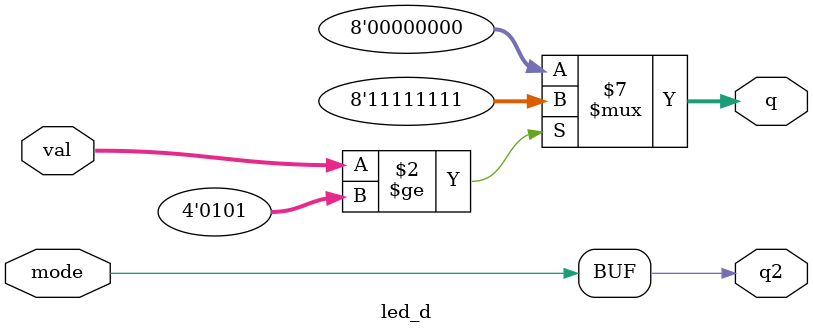
<source format=v>
module led_d(
  input [3:0] val,
  input mode,
  output reg [7:0] q = 8'b00000000,
  output reg q2 = 1'b0
);

always @(val)
begin
  if(val[3:0] >= 4'b0101)
    begin
      q <= 8'b11111111;
    end
  else
    begin
      q <= 8'b00000000;
    end
end

always @(mode)
begin
	q2 <= mode;
end
endmodule
</source>
